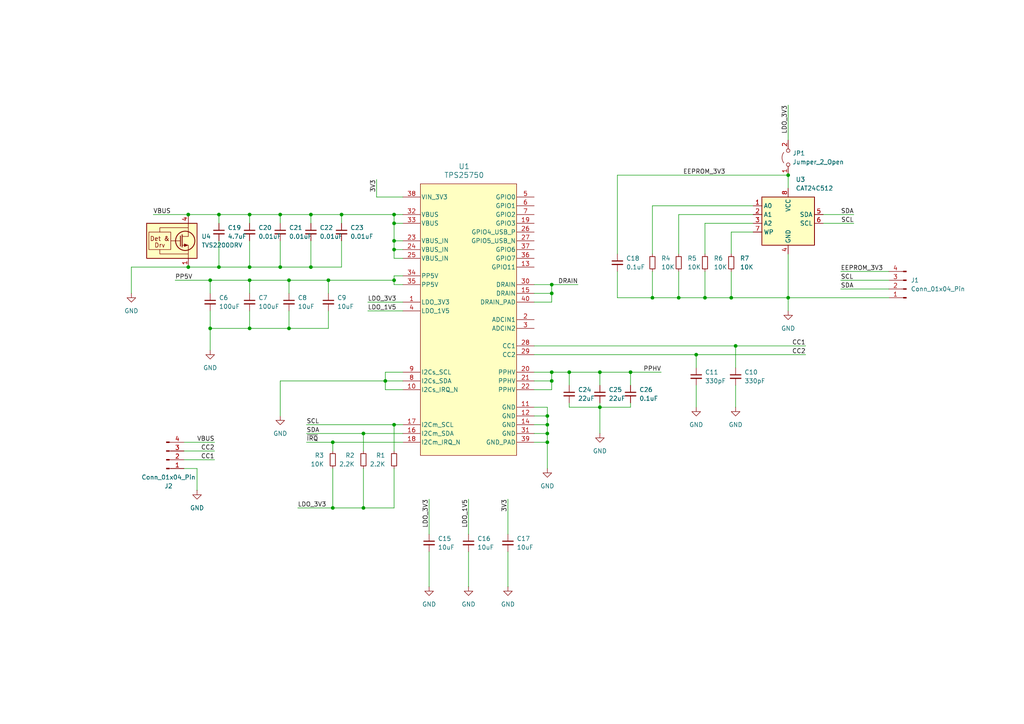
<source format=kicad_sch>
(kicad_sch (version 20240716) (generator "eeschema") (generator_version "8.99")
  (paper "A4")
  (junction (at 81.28 62.23))
  (junction (at 170.18 256.54))
  (junction (at 80.01 351.79))
  (junction (at 80.01 336.55))
  (junction (at 160.02 85.09))
  (junction (at 72.39 95.25))
  (junction (at 172.72 256.54))
  (junction (at 134.62 256.54))
  (junction (at 106.68 393.7))
  (junction (at 114.3 123.19))
  (junction (at 99.06 62.23))
  (junction (at 58.42 256.54))
  (junction (at 76.2 267.97))
  (junction (at 100.33 356.87))
  (junction (at 158.75 256.54))
  (junction (at 63.5 62.23))
  (junction (at 114.3 72.39))
  (junction (at 104.14 256.54))
  (junction (at 24.13 256.54))
  (junction (at 86.36 311.15))
  (junction (at 160.02 107.95))
  (junction (at 232.41 241.3))
  (junction (at 228.6 86.36))
  (junction (at 71.12 256.54))
  (junction (at 264.16 265.43))
  (junction (at 243.84 256.54))
  (junction (at 132.08 256.54))
  (junction (at 72.39 77.47))
  (junction (at 237.49 234.95))
  (junction (at 72.39 62.23))
  (junction (at 114.3 62.23))
  (junction (at 95.25 81.28))
  (junction (at 60.96 81.28))
  (junction (at 248.92 260.35))
  (junction (at 83.82 256.54))
  (junction (at 105.41 125.73))
  (junction (at 243.84 260.35))
  (junction (at 217.17 241.3))
  (junction (at 81.28 77.47))
  (junction (at 158.75 120.65))
  (junction (at 53.34 264.16))
  (junction (at 189.23 86.36))
  (junction (at 196.85 86.36))
  (junction (at 95.25 318.77))
  (junction (at 83.82 267.97))
  (junction (at 213.36 100.33))
  (junction (at 204.47 86.36))
  (junction (at 158.75 128.27))
  (junction (at 158.75 123.19))
  (junction (at 158.75 125.73))
  (junction (at 227.33 241.3))
  (junction (at 83.82 95.25))
  (junction (at 248.92 256.54))
  (junction (at 101.6 287.02))
  (junction (at 146.05 256.54))
  (junction (at 223.52 351.79))
  (junction (at 60.96 95.25))
  (junction (at 160.02 82.55))
  (junction (at 228.6 50.8))
  (junction (at 58.42 264.16))
  (junction (at 160.02 110.49))
  (junction (at 105.41 147.32))
  (junction (at 227.33 234.95))
  (junction (at 232.41 234.95))
  (junction (at 208.28 256.54))
  (junction (at 219.71 332.74))
  (junction (at 212.09 234.95))
  (junction (at 212.09 241.3))
  (junction (at 165.1 107.95))
  (junction (at 100.33 340.36))
  (junction (at 90.17 62.23))
  (junction (at 54.61 62.23))
  (junction (at 111.76 110.49))
  (junction (at 43.18 256.54))
  (junction (at 222.25 241.3))
  (junction (at 114.3 64.77))
  (junction (at 114.3 69.85))
  (junction (at 72.39 81.28))
  (junction (at 201.93 102.87))
  (junction (at 182.88 107.95))
  (junction (at 83.82 81.28))
  (junction (at 96.52 128.27))
  (junction (at 53.34 256.54))
  (junction (at 90.17 77.47))
  (junction (at 207.01 322.58))
  (junction (at 38.1 256.54))
  (junction (at 222.25 234.95))
  (junction (at 63.5 256.54))
  (junction (at 63.5 264.16))
  (junction (at 114.3 81.28))
  (junction (at 217.17 234.95))
  (junction (at 48.26 256.54))
  (junction (at 223.52 359.41))
  (junction (at 96.52 147.32))
  (junction (at 48.26 264.16))
  (junction (at 63.5 77.47))
  (junction (at 212.09 86.36))
  (junction (at 43.18 264.16))
  (junction (at 76.2 256.54))
  (junction (at 173.99 118.11))
  (junction (at 95.25 326.39))
  (junction (at 152.4 393.7))
  (junction (at 173.99 107.95))
  (junction (at 95.25 311.15))
  (junction (at 54.61 77.47))
  (junction (at 264.16 256.54))
  (junction (at 177.8 401.32))
  (wire (pts (xy 53.34 264.16) (xy 53.34 262.89)))
  (wire (pts (xy 83.82 302.26) (xy 102.87 302.26)))
  (wire (pts (xy 95.25 81.28) (xy 83.82 81.28)))
  (wire (pts (xy 179.07 86.36) (xy 189.23 86.36)))
  (wire (pts (xy 96.52 135.89) (xy 96.52 147.32)))
  (wire (pts (xy 228.6 86.36) (xy 257.81 86.36)))
  (wire (pts (xy 135.89 160.02) (xy 135.89 170.18)))
  (wire (pts (xy 114.3 62.23) (xy 116.84 62.23)))
  (wire (pts (xy 88.9 125.73) (xy 105.41 125.73)))
  (wire (pts (xy 91.44 346.71) (xy 91.44 350.52)))
  (wire (pts (xy 147.32 144.78) (xy 147.32 154.94)))
  (wire (pts (xy 179.07 50.8) (xy 179.07 73.66)))
  (wire (pts (xy 158.75 256.54) (xy 170.18 256.54)))
  (wire (pts (xy 60.96 90.17) (xy 60.96 95.25)))
  (wire (pts (xy 43.18 256.54) (xy 48.26 256.54)))
  (wire (pts (xy 72.39 62.23) (xy 81.28 62.23)))
  (wire (pts (xy 48.26 264.16) (xy 48.26 262.89)))
  (wire (pts (xy 152.4 374.65) (xy 152.4 393.7)))
  (wire (pts (xy 100.33 340.36) (xy 102.87 340.36)))
  (wire (pts (xy 114.3 123.19) (xy 114.3 130.81)))
  (wire (pts (xy 68.58 311.15) (xy 78.74 311.15)))
  (wire (pts (xy 72.39 62.23) (xy 72.39 64.77)))
  (wire (pts (xy 60.96 81.28) (xy 60.96 85.09)))
  (wire (pts (xy 80.01 336.55) (xy 102.87 336.55)))
  (wire (pts (xy 204.47 78.74) (xy 204.47 86.36)))
  (wire (pts (xy 76.2 267.97) (xy 76.2 306.07)))
  (wire (pts (xy 173.99 116.84) (xy 173.99 118.11)))
  (wire (pts (xy 264.16 256.54) (xy 248.92 256.54)))
  (wire (pts (xy 100.33 340.36) (xy 100.33 346.71)))
  (wire (pts (xy 24.13 256.54) (xy 38.1 256.54)))
  (wire (pts (xy 172.72 256.54) (xy 185.42 256.54)))
  (wire (pts (xy 124.46 265.43) (xy 124.46 275.59)))
  (wire (pts (xy 10.16 256.54) (xy 24.13 256.54)))
  (wire (pts (xy 106.68 401.32) (xy 110.49 401.32)))
  (wire (pts (xy 95.25 287.02) (xy 101.6 287.02)))
  (wire (pts (xy 95.25 81.28) (xy 95.25 85.09)))
  (wire (pts (xy 43.18 256.54) (xy 43.18 257.81)))
  (wire (pts (xy 158.75 120.65) (xy 158.75 123.19)))
  (wire (pts (xy 217.17 234.95) (xy 222.25 234.95)))
  (wire (pts (xy 182.88 107.95) (xy 191.77 107.95)))
  (wire (pts (xy 53.34 128.27) (xy 62.23 128.27)))
  (wire (pts (xy 71.12 260.35) (xy 71.12 256.54)))
  (wire (pts (xy 240.03 267.97) (xy 240.03 269.24)))
  (wire (pts (xy 114.3 264.16) (xy 114.3 275.59)))
  (wire (pts (xy 231.14 351.79) (xy 223.52 351.79)))
  (wire (pts (xy 88.9 128.27) (xy 96.52 128.27)))
  (wire (pts (xy 208.28 234.95) (xy 212.09 234.95)))
  (wire (pts (xy 223.52 359.41) (xy 223.52 361.95)))
  (wire (pts (xy 248.92 256.54) (xy 248.92 260.35)))
  (wire (pts (xy 72.39 336.55) (xy 72.39 337.82)))
  (wire (pts (xy 212.09 78.74) (xy 212.09 86.36)))
  (wire (pts (xy 63.5 69.85) (xy 63.5 77.47)))
  (wire (pts (xy 201.93 102.87) (xy 233.68 102.87)))
  (wire (pts (xy 158.75 123.19) (xy 158.75 125.73)))
  (wire (pts (xy 111.76 110.49) (xy 116.84 110.49)))
  (wire (pts (xy 212.09 67.31) (xy 218.44 67.31)))
  (wire (pts (xy 201.93 332.74) (xy 219.71 332.74)))
  (wire (pts (xy 146.05 256.54) (xy 146.05 264.16)))
  (wire (pts (xy 95.25 326.39) (xy 95.25 328.93)))
  (wire (pts (xy 154.94 120.65) (xy 158.75 120.65)))
  (wire (pts (xy 134.62 256.54) (xy 146.05 256.54)))
  (wire (pts (xy 232.41 241.3) (xy 232.41 240.03)))
  (wire (pts (xy 95.25 326.39) (xy 86.36 326.39)))
  (wire (pts (xy 182.88 107.95) (xy 182.88 111.76)))
  (wire (pts (xy 116.84 74.93) (xy 114.3 74.93)))
  (wire (pts (xy 264.16 265.43) (xy 264.16 267.97)))
  (wire (pts (xy 43.18 264.16) (xy 48.26 264.16)))
  (wire (pts (xy 173.99 107.95) (xy 182.88 107.95)))
  (wire (pts (xy 50.8 81.28) (xy 60.96 81.28)))
  (wire (pts (xy 86.36 311.15) (xy 95.25 311.15)))
  (wire (pts (xy 48.26 264.16) (xy 53.34 264.16)))
  (wire (pts (xy 165.1 116.84) (xy 165.1 118.11)))
  (wire (pts (xy 58.42 264.16) (xy 58.42 262.89)))
  (wire (pts (xy 71.12 270.51) (xy 71.12 267.97)))
  (wire (pts (xy 238.76 64.77) (xy 247.65 64.77)))
  (wire (pts (xy 83.82 262.89) (xy 83.82 256.54)))
  (wire (pts (xy 105.41 147.32) (xy 96.52 147.32)))
  (wire (pts (xy 93.98 367.03) (xy 102.87 367.03)))
  (wire (pts (xy 212.09 86.36) (xy 228.6 86.36)))
  (wire (pts (xy 83.82 90.17) (xy 83.82 95.25)))
  (wire (pts (xy 177.8 374.65) (xy 177.8 401.32)))
  (wire (pts (xy 81.28 62.23) (xy 90.17 62.23)))
  (wire (pts (xy 228.6 256.54) (xy 243.84 256.54)))
  (wire (pts (xy 114.3 81.28) (xy 95.25 81.28)))
  (wire (pts (xy 160.02 82.55) (xy 160.02 85.09)))
  (wire (pts (xy 196.85 86.36) (xy 204.47 86.36)))
  (wire (pts (xy 237.49 241.3) (xy 232.41 241.3)))
  (wire (pts (xy 189.23 86.36) (xy 196.85 86.36)))
  (wire (pts (xy 58.42 264.16) (xy 63.5 264.16)))
  (wire (pts (xy 60.96 95.25) (xy 72.39 95.25)))
  (wire (pts (xy 201.93 313.69) (xy 207.01 313.69)))
  (wire (pts (xy 212.09 73.66) (xy 212.09 67.31)))
  (wire (pts (xy 63.5 264.16) (xy 63.5 262.89)))
  (wire (pts (xy 173.99 118.11) (xy 165.1 118.11)))
  (wire (pts (xy 204.47 372.11) (xy 204.47 374.65)))
  (wire (pts (xy 179.07 78.74) (xy 179.07 86.36)))
  (wire (pts (xy 76.2 256.54) (xy 77.47 256.54)))
  (wire (pts (xy 223.52 359.41) (xy 231.14 359.41)))
  (wire (pts (xy 152.4 393.7) (xy 152.4 407.67)))
  (wire (pts (xy 95.25 318.77) (xy 95.25 317.5)))
  (wire (pts (xy 237.49 241.3) (xy 237.49 240.03)))
  (wire (pts (xy 173.99 118.11) (xy 173.99 125.73)))
  (wire (pts (xy 83.82 95.25) (xy 95.25 95.25)))
  (wire (pts (xy 106.68 87.63) (xy 116.84 87.63)))
  (wire (pts (xy 90.17 62.23) (xy 90.17 64.77)))
  (wire (pts (xy 222.25 241.3) (xy 227.33 241.3)))
  (wire (pts (xy 116.84 57.15) (xy 109.22 57.15)))
  (wire (pts (xy 146.05 269.24) (xy 146.05 275.59)))
  (wire (pts (xy 100.33 351.79) (xy 100.33 356.87)))
  (wire (pts (xy 219.71 325.12) (xy 219.71 326.39)))
  (wire (pts (xy 106.68 393.7) (xy 110.49 393.7)))
  (wire (pts (xy 63.5 270.51) (xy 63.5 264.16)))
  (wire (pts (xy 210.82 355.6) (xy 210.82 354.33)))
  (wire (pts (xy 201.93 290.83) (xy 208.28 290.83)))
  (wire (pts (xy 210.82 360.68) (xy 210.82 361.95)))
  (wire (pts (xy 222.25 241.3) (xy 222.25 240.03)))
  (wire (pts (xy 219.71 339.09) (xy 219.71 340.36)))
  (wire (pts (xy 196.85 73.66) (xy 196.85 62.23)))
  (wire (pts (xy 83.82 311.15) (xy 86.36 311.15)))
  (wire (pts (xy 53.34 256.54) (xy 58.42 256.54)))
  (wire (pts (xy 154.94 123.19) (xy 158.75 123.19)))
  (wire (pts (xy 201.93 322.58) (xy 207.01 322.58)))
  (wire (pts (xy 154.94 110.49) (xy 160.02 110.49)))
  (wire (pts (xy 228.6 50.8) (xy 179.07 50.8)))
  (wire (pts (xy 243.84 83.82) (xy 257.81 83.82)))
  (wire (pts (xy 104.14 256.54) (xy 104.14 259.08)))
  (wire (pts (xy 88.9 267.97) (xy 83.82 267.97)))
  (wire (pts (xy 213.36 111.76) (xy 213.36 118.11)))
  (wire (pts (xy 212.09 241.3) (xy 212.09 243.84)))
  (wire (pts (xy 134.62 256.54) (xy 134.62 275.59)))
  (wire (pts (xy 223.52 358.14) (xy 223.52 359.41)))
  (wire (pts (xy 72.39 77.47) (xy 63.5 77.47)))
  (wire (pts (xy 201.93 351.79) (xy 223.52 351.79)))
  (wire (pts (xy 165.1 107.95) (xy 165.1 111.76)))
  (wire (pts (xy 170.18 256.54) (xy 172.72 256.54)))
  (wire (pts (xy 212.09 241.3) (xy 212.09 240.03)))
  (wire (pts (xy 38.1 256.54) (xy 38.1 257.81)))
  (wire (pts (xy 160.02 110.49) (xy 160.02 113.03)))
  (wire (pts (xy 228.6 54.61) (xy 228.6 50.8)))
  (wire (pts (xy 72.39 81.28) (xy 60.96 81.28)))
  (wire (pts (xy 238.76 62.23) (xy 247.65 62.23)))
  (wire (pts (xy 228.6 30.48) (xy 228.6 40.64)))
  (wire (pts (xy 218.44 64.77) (xy 204.47 64.77)))
  (wire (pts (xy 195.58 256.54) (xy 208.28 256.54)))
  (wire (pts (xy 72.39 342.9) (xy 72.39 351.79)))
  (wire (pts (xy 58.42 256.54) (xy 58.42 257.81)))
  (wire (pts (xy 38.1 256.54) (xy 43.18 256.54)))
  (wire (pts (xy 111.76 107.95) (xy 111.76 110.49)))
  (wire (pts (xy 127 374.65) (xy 127 407.67)))
  (wire (pts (xy 158.75 256.54) (xy 158.75 264.16)))
  (wire (pts (xy 132.08 256.54) (xy 134.62 256.54)))
  (wire (pts (xy 53.34 256.54) (xy 53.34 257.81)))
  (wire (pts (xy 116.84 80.01) (xy 114.3 80.01)))
  (wire (pts (xy 63.5 62.23) (xy 72.39 62.23)))
  (wire (pts (xy 38.1 264.16) (xy 43.18 264.16)))
  (wire (pts (xy 99.06 62.23) (xy 114.3 62.23)))
  (wire (pts (xy 95.25 264.16) (xy 95.25 260.35)))
  (wire (pts (xy 173.99 107.95) (xy 173.99 111.76)))
  (wire (pts (xy 154.94 82.55) (xy 160.02 82.55)))
  (wire (pts (xy 201.93 111.76) (xy 201.93 118.11)))
  (wire (pts (xy 83.82 81.28) (xy 83.82 85.09)))
  (wire (pts (xy 160.02 82.55) (xy 167.64 82.55)))
  (wire (pts (xy 218.44 59.69) (xy 189.23 59.69)))
  (wire (pts (xy 114.3 80.01) (xy 114.3 81.28)))
  (wire (pts (xy 99.06 77.47) (xy 90.17 77.47)))
  (wire (pts (xy 180.34 265.43) (xy 180.34 275.59)))
  (wire (pts (xy 213.36 100.33) (xy 233.68 100.33)))
  (wire (pts (xy 102.87 306.07) (xy 76.2 306.07)))
  (wire (pts (xy 189.23 78.74) (xy 189.23 86.36)))
  (wire (pts (xy 38.1 264.16) (xy 38.1 262.89)))
  (wire (pts (xy 240.03 262.89) (xy 240.03 260.35)))
  (wire (pts (xy 223.52 264.16) (xy 223.52 295.91)))
  (wire (pts (xy 106.68 90.17) (xy 116.84 90.17)))
  (wire (pts (xy 54.61 77.47) (xy 38.1 77.47)))
  (wire (pts (xy 114.3 123.19) (xy 116.84 123.19)))
  (wire (pts (xy 248.92 260.35) (xy 248.92 270.51)))
  (wire (pts (xy 71.12 267.97) (xy 76.2 267.97)))
  (wire (pts (xy 81.28 62.23) (xy 81.28 64.77)))
  (wire (pts (xy 57.15 135.89) (xy 53.34 135.89)))
  (wire (pts (xy 204.47 364.49) (xy 204.47 367.03)))
  (wire (pts (xy 182.88 116.84) (xy 182.88 118.11)))
  (wire (pts (xy 114.3 74.93) (xy 114.3 72.39)))
  (wire (pts (xy 114.3 72.39) (xy 114.3 69.85)))
  (wire (pts (xy 208.28 256.54) (xy 208.28 234.95)))
  (wire (pts (xy 80.01 342.9) (xy 80.01 345.44)))
  (wire (pts (xy 81.28 69.85) (xy 81.28 77.47)))
  (wire (pts (xy 105.41 125.73) (xy 116.84 125.73)))
  (wire (pts (xy 217.17 241.3) (xy 222.25 241.3)))
  (wire (pts (xy 100.33 356.87) (xy 91.44 356.87)))
  (wire (pts (xy 90.17 69.85) (xy 90.17 77.47)))
  (wire (pts (xy 95.25 95.25) (xy 95.25 90.17)))
  (wire (pts (xy 44.45 62.23) (xy 54.61 62.23)))
  (wire (pts (xy 81.28 77.47) (xy 72.39 77.47)))
  (wire (pts (xy 158.75 125.73) (xy 154.94 125.73)))
  (wire (pts (xy 227.33 234.95) (xy 232.41 234.95)))
  (wire (pts (xy 63.5 256.54) (xy 71.12 256.54)))
  (wire (pts (xy 72.39 90.17) (xy 72.39 95.25)))
  (wire (pts (xy 83.82 256.54) (xy 104.14 256.54)))
  (wire (pts (xy 95.25 311.15) (xy 95.25 312.42)))
  (wire (pts (xy 48.26 256.54) (xy 48.26 257.81)))
  (wire (pts (xy 119.38 256.54) (xy 132.08 256.54)))
  (wire (pts (xy 111.76 110.49) (xy 81.28 110.49)))
  (wire (pts (xy 204.47 86.36) (xy 212.09 86.36)))
  (wire (pts (xy 95.25 325.12) (xy 95.25 326.39)))
  (wire (pts (xy 196.85 78.74) (xy 196.85 86.36)))
  (wire (pts (xy 114.3 72.39) (xy 116.84 72.39)))
  (wire (pts (xy 154.94 118.11) (xy 158.75 118.11)))
  (wire (pts (xy 154.94 128.27) (xy 158.75 128.27)))
  (wire (pts (xy 109.22 57.15) (xy 109.22 52.07)))
  (wire (pts (xy 132.08 256.54) (xy 132.08 260.35)))
  (wire (pts (xy 114.3 69.85) (xy 114.3 64.77)))
  (wire (pts (xy 243.84 81.28) (xy 257.81 81.28)))
  (wire (pts (xy 154.94 107.95) (xy 160.02 107.95)))
  (wire (pts (xy 72.39 336.55) (xy 80.01 336.55)))
  (wire (pts (xy 172.72 256.54) (xy 172.72 260.35)))
  (wire (pts (xy 219.71 332.74) (xy 219.71 334.01)))
  (wire (pts (xy 189.23 59.69) (xy 189.23 73.66)))
  (wire (pts (xy 76.2 262.89) (xy 76.2 256.54)))
  (wire (pts (xy 207.01 322.58) (xy 207.01 325.12)))
  (wire (pts (xy 160.02 87.63) (xy 154.94 87.63)))
  (wire (pts (xy 210.82 354.33) (xy 201.93 354.33)))
  (wire (pts (xy 102.87 318.77) (xy 95.25 318.77)))
  (wire (pts (xy 91.44 340.36) (xy 100.33 340.36)))
  (wire (pts (xy 95.25 311.15) (xy 102.87 311.15)))
  (wire (pts (xy 170.18 256.54) (xy 170.18 275.59)))
  (wire (pts (xy 111.76 110.49) (xy 111.76 113.03)))
  (wire (pts (xy 54.61 62.23) (xy 63.5 62.23)))
  (wire (pts (xy 228.6 86.36) (xy 228.6 73.66)))
  (wire (pts (xy 154.94 102.87) (xy 201.93 102.87)))
  (wire (pts (xy 80.01 350.52) (xy 80.01 351.79)))
  (wire (pts (xy 213.36 100.33) (xy 213.36 106.68)))
  (wire (pts (xy 124.46 144.78) (xy 124.46 154.94)))
  (wire (pts (xy 115.57 393.7) (xy 152.4 393.7)))
  (wire (pts (xy 160.02 107.95) (xy 165.1 107.95)))
  (wire (pts (xy 208.28 256.54) (xy 218.44 256.54)))
  (wire (pts (xy 88.9 270.51) (xy 88.9 267.97)))
  (wire (pts (xy 207.01 313.69) (xy 207.01 316.23)))
  (wire (pts (xy 228.6 86.36) (xy 228.6 90.17)))
  (wire (pts (xy 104.14 256.54) (xy 109.22 256.54)))
  (wire (pts (xy 57.15 135.89) (xy 57.15 142.24)))
  (wire (pts (xy 139.7 374.65) (xy 139.7 407.67)))
  (wire (pts (xy 72.39 351.79) (xy 80.01 351.79)))
  (wire (pts (xy 95.25 260.35) (xy 71.12 260.35)))
  (wire (pts (xy 212.09 241.3) (xy 217.17 241.3)))
  (wire (pts (xy 58.42 256.54) (xy 63.5 256.54)))
  (wire (pts (xy 114.3 82.55) (xy 116.84 82.55)))
  (wire (pts (xy 90.17 393.7) (xy 106.68 393.7)))
  (wire (pts (xy 115.57 401.32) (xy 177.8 401.32)))
  (wire (pts (xy 222.25 234.95) (xy 227.33 234.95)))
  (wire (pts (xy 248.92 306.07) (xy 201.93 306.07)))
  (wire (pts (xy 264.16 257.81) (xy 264.16 256.54)))
  (wire (pts (xy 160.02 85.09) (xy 160.02 87.63)))
  (wire (pts (xy 105.41 135.89) (xy 105.41 147.32)))
  (wire (pts (xy 212.09 234.95) (xy 217.17 234.95)))
  (wire (pts (xy 217.17 241.3) (xy 217.17 240.03)))
  (wire (pts (xy 48.26 256.54) (xy 53.34 256.54)))
  (wire (pts (xy 80.01 337.82) (xy 80.01 336.55)))
  (wire (pts (xy 72.39 69.85) (xy 72.39 77.47)))
  (wire (pts (xy 243.84 256.54) (xy 243.84 260.35)))
  (wire (pts (xy 106.68 393.7) (xy 106.68 401.32)))
  (wire (pts (xy 101.6 287.02) (xy 101.6 289.56)))
  (wire (pts (xy 114.3 81.28) (xy 114.3 82.55)))
  (wire (pts (xy 86.36 311.15) (xy 86.36 316.23)))
  (wire (pts (xy 114.3 147.32) (xy 105.41 147.32)))
  (wire (pts (xy 96.52 128.27) (xy 116.84 128.27)))
  (wire (pts (xy 124.46 160.02) (xy 124.46 170.18)))
  (wire (pts (xy 88.9 123.19) (xy 114.3 123.19)))
  (wire (pts (xy 114.3 64.77) (xy 116.84 64.77)))
  (wire (pts (xy 204.47 64.77) (xy 204.47 73.66)))
  (wire (pts (xy 43.18 264.16) (xy 43.18 262.89)))
  (wire (pts (xy 99.06 69.85) (xy 99.06 77.47)))
  (wire (pts (xy 223.52 351.79) (xy 223.52 353.06)))
  (wire (pts (xy 207.01 322.58) (xy 207.01 321.31)))
  (wire (pts (xy 24.13 257.81) (xy 24.13 256.54)))
  (wire (pts (xy 196.85 62.23) (xy 218.44 62.23)))
  (wire (pts (xy 231.14 353.06) (xy 231.14 351.79)))
  (wire (pts (xy 96.52 147.32) (xy 86.36 147.32)))
  (wire (pts (xy 91.44 356.87) (xy 91.44 355.6)))
  (wire (pts (xy 177.8 401.32) (xy 177.8 407.67)))
  (wire (pts (xy 156.21 256.54) (xy 158.75 256.54)))
  (wire (pts (xy 53.34 133.35) (xy 62.23 133.35)))
  (wire (pts (xy 227.33 241.3) (xy 232.41 241.3)))
  (wire (pts (xy 201.93 102.87) (xy 201.93 106.68)))
  (wire (pts (xy 147.32 160.02) (xy 147.32 170.18)))
  (wire (pts (xy 158.75 125.73) (xy 158.75 128.27)))
  (wire (pts (xy 243.84 275.59) (xy 243.84 300.99)))
  (wire (pts (xy 95.25 318.77) (xy 95.25 320.04)))
  (wire (pts (xy 80.01 351.79) (xy 80.01 354.33)))
  (wire (pts (xy 111.76 113.03) (xy 116.84 113.03)))
  (wire (pts (xy 63.5 77.47) (xy 54.61 77.47)))
  (wire (pts (xy 63.5 62.23) (xy 63.5 64.77)))
  (wire (pts (xy 83.82 81.28) (xy 72.39 81.28)))
  (wire (pts (xy 158.75 128.27) (xy 158.75 135.89)))
  (wire (pts (xy 53.34 264.16) (xy 58.42 264.16)))
  (wire (pts (xy 114.3 135.89) (xy 114.3 147.32)))
  (wire (pts (xy 154.94 100.33) (xy 213.36 100.33)))
  (wire (pts (xy 165.1 374.65) (xy 165.1 407.67)))
  (wire (pts (xy 135.89 144.78) (xy 135.89 154.94)))
  (wire (pts (xy 90.17 77.47) (xy 81.28 77.47)))
  (wire (pts (xy 231.14 359.41) (xy 231.14 358.14)))
  (wire (pts (xy 83.82 267.97) (xy 83.82 302.26)))
  (wire (pts (xy 95.25 269.24) (xy 95.25 287.02)))
  (wire (pts (xy 81.28 110.49) (xy 81.28 120.65)))
  (wire (pts (xy 158.75 269.24) (xy 158.75 275.59)))
  (wire (pts (xy 248.92 275.59) (xy 248.92 306.07)))
  (wire (pts (xy 190.5 264.16) (xy 190.5 275.59)))
  (wire (pts (xy 158.75 118.11) (xy 158.75 120.65)))
  (wire (pts (xy 90.17 62.23) (xy 99.06 62.23)))
  (wire (pts (xy 237.49 234.95) (xy 232.41 234.95)))
  (wire (pts (xy 71.12 256.54) (xy 76.2 256.54)))
  (wire (pts (xy 72.39 95.25) (xy 83.82 95.25)))
  (wire (pts (xy 223.52 295.91) (xy 201.93 295.91)))
  (wire (pts (xy 24.13 262.89) (xy 24.13 265.43)))
  (wire (pts (xy 63.5 256.54) (xy 63.5 257.81)))
  (wire (pts (xy 114.3 64.77) (xy 114.3 62.23)))
  (wire (pts (xy 53.34 130.81) (xy 62.23 130.81)))
  (wire (pts (xy 38.1 77.47) (xy 38.1 85.09)))
  (wire (pts (xy 237.49 234.95) (xy 246.38 234.95)))
  (wire (pts (xy 116.84 107.95) (xy 111.76 107.95)))
  (wire (pts (xy 201.93 364.49) (xy 204.47 364.49)))
  (wire (pts (xy 243.84 78.74) (xy 257.81 78.74)))
  (wire (pts (xy 243.84 260.35) (xy 243.84 270.51)))
  (wire (pts (xy 96.52 128.27) (xy 96.52 130.81)))
  (wire (pts (xy 208.28 290.83) (xy 208.28 256.54)))
  (wire (pts (xy 160.02 107.95) (xy 160.02 110.49)))
  (wire (pts (xy 227.33 241.3) (xy 227.33 240.03)))
  (wire (pts (xy 165.1 107.95) (xy 173.99 107.95)))
  (wire (pts (xy 146.05 256.54) (xy 148.59 256.54)))
  (wire (pts (xy 160.02 113.03) (xy 154.94 113.03)))
  (wire (pts (xy 86.36 326.39) (xy 86.36 321.31)))
  (wire (pts (xy 240.03 260.35) (xy 243.84 260.35)))
  (wire (pts (xy 86.36 367.03) (xy 88.9 367.03)))
  (wire (pts (xy 182.88 118.11) (xy 173.99 118.11)))
  (wire (pts (xy 114.3 69.85) (xy 116.84 69.85)))
  (wire (pts (xy 72.39 81.28) (xy 72.39 85.09)))
  (wire (pts (xy 91.44 340.36) (xy 91.44 341.63)))
  (wire (pts (xy 60.96 95.25) (xy 60.96 101.6)))
  (wire (pts (xy 219.71 332.74) (xy 219.71 331.47)))
  (wire (pts (xy 243.84 300.99) (xy 201.93 300.99)))
  (wire (pts (xy 102.87 287.02) (xy 101.6 287.02)))
  (wire (pts (xy 105.41 125.73) (xy 105.41 130.81)))
  (wire (pts (xy 154.94 85.09) (xy 160.02 85.09)))
  (wire (pts (xy 99.06 62.23) (xy 99.06 64.77)))
  (wire (pts (xy 83.82 256.54) (xy 82.55 256.54)))
  (label "LDO_3V3" (at 106.68 87.63 0))
  (label "LDO_3V3" (at 124.46 144.78 270))
  (label "SCL" (at 88.9 123.19 0))
  (label "EEPROM_3V3" (at 198.12 50.8 0))
  (label "VBUS" (at 62.23 128.27 180))
  (label "VDDA" (at 97.79 311.15 0))
  (label "CHRG_OK" (at 152.4 407.67 90))
  (label "ACP" (at 97.79 306.07 0))
  (label "CC2" (at 233.68 102.87 180))
  (label "SRN" (at 207.01 306.07 180))
  (label "LDO_3V3" (at 86.36 147.32 0))
  (label "VBUS" (at 44.45 62.23 0))
  (label "EN_OTG" (at 165.1 407.67 90))
  (label "3V3" (at 147.32 144.78 270))
  (label "SCL" (at 247.65 64.77 180))
  (label "DRAIN" (at 167.64 82.55 180))
  (label "LDO_3V3" (at 228.6 30.48 270))
  (label "CMPOUT" (at 177.8 407.67 90))
  (label "SRP" (at 207.01 300.99 180))
  (label "REGN" (at 68.58 311.15 0))
  (label "SCL" (at 243.84 81.28 0))
  (label "CC1" (at 233.68 100.33 180))
  (label "VSYS" (at 246.38 234.95 180))
  (label "PPHV" (at 191.77 107.95 180))
  (label "SDA" (at 127 407.67 90))
  (label "REGN" (at 207.01 313.69 180))
  (label "SDA" (at 247.65 62.23 180))
  (label "SCL" (at 139.7 407.67 90))
  (label "ACN" (at 97.79 302.26 0))
  (label "CC2" (at 62.23 130.81 180))
  (label "LDO_1V5" (at 135.89 144.78 270))
  (label "3V3" (at 109.22 52.07 270))
  (label "~{IRQ}" (at 88.9 128.27 0))
  (label "LDO_3V3" (at 90.17 393.7 0))
  (label "SDA" (at 88.9 125.73 0))
  (label "CC1" (at 62.23 133.35 180))
  (label "LDO_1V5" (at 106.68 90.17 0))
  (label "PP5V" (at 50.8 81.28 0))
  (label "EEPROM_3V3" (at 243.84 78.74 0))
  (label "SDA" (at 243.84 83.82 0))
  (label "VBUS" (at 10.16 256.54 0))
  (symbol (lib_id "Connector:TestPoint") (at 264.16 265.43 270) (unit 1)
    (property "Reference" "TP3" (at 269.24 264.1599 90) (effects (justify right)))
    (property "Value" "TestPoint" (at 269.24 266.6999 90) (effects (justify right)))
    (property "Footprint" "TestPoint:TestPoint_Pad_3.0x3.0mm" (effects (hide yes)))
    (property "Description" "test point" (effects (hide yes)))
  )
  (symbol (lib_id "Device:C_Small") (at 240.03 265.43 180) (unit 1)
    (property "Reference" "C29" (at 232.918 264.414 0) (effects (justify right)))
    (property "Value" "10uF" (at 232.918 266.954 0) (effects (justify right)))
    (property "Footprint" "Capacitor_SMD:C_0603_1608Metric" (effects (hide yes)))
    (property "Description" "Unpolarized capacitor, small symbol" (effects (hide yes)))
  )
  (symbol (lib_id "Device:C_Small") (at 104.14 261.62 0) (unit 1)
    (property "Reference" "C40" (at 106.68 260.3562 0) (effects (justify left)))
    (property "Value" "10nF" (at 106.68 262.8962 0) (effects (justify left)))
    (property "Footprint" "Capacitor_SMD:C_0402_1005Metric" (effects (hide yes)))
    (property "Description" "Unpolarized capacitor, small symbol" (effects (hide yes)))
  )
  (symbol (lib_id "power:GND") (at 173.99 125.73 0) (unit 1)
    (property "Reference" "#PWR05" (effects (hide yes)))
    (property "Value" "GND" (at 173.99 130.81 0))
    (property "Description" "Power symbol creates a global label with name \"GND\" , ground" (effects (hide yes)))
  )
  (symbol (lib_id "Device:C_Small") (at 100.33 349.25 0) (unit 1)
    (property "Reference" "C33" (at 102.87 347.9862 0) (effects (justify left)))
    (property "Value" "15pF" (at 102.87 350.5262 0) (effects (justify left)))
    (property "Footprint" "Capacitor_SMD:C_0402_1005Metric" (effects (hide yes)))
    (property "Description" "Unpolarized capacitor, small symbol" (effects (hide yes)))
  )
  (symbol (lib_id "Device:R_Small") (at 196.85 76.2 0) (unit 1)
    (property "Reference" "R5" (at 199.39 74.9299 0) (effects (justify left)))
    (property "Value" "10K" (at 199.39 77.4699 0) (effects (justify left)))
    (property "Footprint" "Resistor_SMD:R_0402_1005Metric" (effects (hide yes)))
    (property "Description" "Resistor, small symbol" (effects (hide yes)))
  )
  (symbol (lib_id "Device:R_Small") (at 91.44 344.17 0) (unit 1)
    (property "Reference" "R15" (at 93.98 342.8999 0) (effects (justify left)))
    (property "Value" "10K" (at 93.98 345.4399 0) (effects (justify left)))
    (property "Footprint" "Resistor_SMD:R_0402_1005Metric" (effects (hide yes)))
    (property "Description" "Resistor, small symbol" (effects (hide yes)))
  )
  (symbol (lib_id "power:GND") (at 24.13 270.51 0) (unit 1)
    (property "Reference" "#PWR032" (effects (hide yes)))
    (property "Value" "GND" (at 24.13 275.59 0))
    (property "Description" "Power symbol creates a global label with name \"GND\" , ground" (effects (hide yes)))
  )
  (symbol (lib_id "Device:C_Small") (at 246.38 260.35 270) (unit 1)
    (property "Reference" "C28" (at 252.984 259.08 90))
    (property "Value" "0.1uF" (at 252.984 261.62 90))
    (property "Footprint" "Capacitor_SMD:C_0603_1608Metric" (effects (hide yes)))
    (property "Description" "Unpolarized capacitor, small symbol" (effects (hide yes)))
  )
  (symbol (lib_id "power:GND") (at 219.71 340.36 0) (unit 1)
    (property "Reference" "#PWR016" (effects (hide yes)))
    (property "Value" "GND" (at 219.71 345.44 0))
    (property "Description" "Power symbol creates a global label with name \"GND\" , ground" (effects (hide yes)))
  )
  (symbol (lib_id "Device:C_Small") (at 38.1 260.35 0) (unit 1)
    (property "Reference" "C47" (at 35.306 266.446 0) (effects (justify left)))
    (property "Value" "10uF" (at 35.306 268.986 0) (effects (justify left)))
    (property "Footprint" "Capacitor_SMD:C_0805_2012Metric" (effects (hide yes)))
    (property "Description" "Unpolarized capacitor, small symbol" (effects (hide yes)))
  )
  (symbol (lib_id "Device:R_Small") (at 95.25 314.96 0) (unit 1)
    (property "Reference" "R18" (at 97.79 313.6899 0) (effects (justify left)))
    (property "Value" "100K" (at 97.79 316.2299 0) (effects (justify left)))
    (property "Footprint" "Resistor_SMD:R_0402_1005Metric" (effects (hide yes)))
    (property "Description" "Resistor, small symbol" (effects (hide yes)))
  )
  (symbol (lib_id "Device:C_Small") (at 222.25 237.49 0) (unit 1)
    (property "Reference" "C13" (at 219.71 243.078 0) (effects (justify left)))
    (property "Value" "10uF" (at 219.71 245.618 0) (effects (justify left)))
    (property "Footprint" "Capacitor_SMD:C_0805_2012Metric" (effects (hide yes)))
    (property "Description" "Unpolarized capacitor, small symbol" (effects (hide yes)))
  )
  (symbol (lib_id "Connector:Conn_01x04_Pin") (at 262.89 83.82 180) (unit 1)
    (property "Reference" "J1" (at 264.16 81.2799 0) (effects (justify right)))
    (property "Value" "Conn_01x04_Pin" (at 264.16 83.8199 0) (effects (justify right)))
    (property "Footprint" "Xbox-Charge:PROG" (effects (hide yes)))
    (property "Description" "Generic connector, single row, 01x04, script generated" (effects (hide yes)))
  )
  (symbol (lib_id "Device:R_Small") (at 91.44 367.03 90) (unit 1)
    (property "Reference" "R17" (at 91.44 361.95 90))
    (property "Value" "50R" (at 91.44 364.49 90))
    (property "Description" "Resistor, small symbol" (effects (hide yes)))
  )
  (symbol (lib_id "Device:C_Small") (at 72.39 340.36 0) (unit 1)
    (property "Reference" "C34" (at 64.77 339.09 0) (effects (justify left)))
    (property "Value" "33pF" (at 64.77 341.63 0) (effects (justify left)))
    (property "Footprint" "Capacitor_SMD:C_0402_1005Metric" (effects (hide yes)))
    (property "Description" "Unpolarized capacitor, small symbol" (effects (hide yes)))
  )
  (symbol (lib_id "Device:C_Small") (at 48.26 260.35 0) (unit 1)
    (property "Reference" "C43" (at 46.228 266.446 0) (effects (justify left)))
    (property "Value" "10uF" (at 46.228 268.986 0) (effects (justify left)))
    (property "Footprint" "Capacitor_SMD:C_0805_2012Metric" (effects (hide yes)))
    (property "Description" "Unpolarized capacitor, small symbol" (effects (hide yes)))
  )
  (symbol (lib_id "Device:C_Small") (at 60.96 87.63 0) (unit 1)
    (property "Reference" "C6" (at 63.5 86.3662 0) (effects (justify left)))
    (property "Value" "100uF" (at 63.5 88.9062 0) (effects (justify left)))
    (property "Footprint" "Capacitor_SMD:C_1210_3225Metric" (effects (hide yes)))
    (property "Description" "Unpolarized capacitor, small symbol" (effects (hide yes)))
  )
  (symbol (lib_id "Device:C_Small") (at 212.09 237.49 0) (unit 1)
    (property "Reference" "C14" (at 203.2 236.22 0) (effects (justify left)))
    (property "Value" "10uF" (at 203.2 238.76 0) (effects (justify left)))
    (property "Footprint" "Capacitor_SMD:C_0805_2012Metric" (effects (hide yes)))
    (property "Description" "Unpolarized capacitor, small symbol" (effects (hide yes)))
  )
  (symbol (lib_id "power:GND") (at 104.14 264.16 0) (unit 1)
    (property "Reference" "#PWR028" (effects (hide yes)))
    (property "Value" "GND" (at 104.14 269.24 0))
    (property "Description" "Power symbol creates a global label with name \"GND\" , ground" (effects (hide yes)))
  )
  (symbol (lib_id "Device:R_Small") (at 81.28 311.15 90) (unit 1)
    (property "Reference" "R20" (at 77.724 313.69 90))
    (property "Value" "10R" (at 77.724 316.23 90))
    (property "Footprint" "Resistor_SMD:R_0402_1005Metric" (effects (hide yes)))
    (property "Description" "Resistor, small symbol" (effects (hide yes)))
  )
  (symbol (lib_id "Power_Protection:TVS2200DRV") (at 54.61 69.85 0) (unit 1)
    (property "Reference" "U4" (at 58.42 68.5799 0) (effects (justify left)))
    (property "Value" "TVS2200DRV" (at 58.42 71.1199 0) (effects (justify left)))
    (property "Footprint" "Package_SON:WSON-6-1EP_2x2mm_P0.65mm_EP1x1.6mm" (effects (hide yes)))
    (property "Datasheet" "http://www.ti.com/lit/ds/symlink/tvs2200.pdf" (effects (hide yes)))
    (property "Description" "Flat-Clamp Surge Protection Device. 22Vrwm, WSON-6" (effects (hide yes)))
  )
  (symbol (lib_id "Device:R_Small") (at 248.92 273.05 0) (unit 1)
    (property "Reference" "R12" (at 251.46 276.86 0) (effects (justify left)))
    (property "Value" "10R" (at 251.46 279.4 0) (effects (justify left)))
    (property "Footprint" "Resistor_SMD:R_0603_1608Metric" (effects (hide yes)))
    (property "Description" "Resistor, small symbol" (effects (hide yes)))
  )
  (symbol (lib_id "Device:C_Small") (at 24.13 267.97 0) (unit 1)
    (property "Reference" "C41" (at 26.67 266.7062 0) (effects (justify left)))
    (property "Value" "1uF" (at 26.67 269.2462 0) (effects (justify left)))
    (property "Description" "Unpolarized capacitor, small symbol" (effects (hide yes)))
  )
  (symbol (lib_id "power:GND") (at 158.75 135.89 0) (unit 1)
    (property "Reference" "#PWR02" (effects (hide yes)))
    (property "Value" "GND" (at 158.75 140.97 0))
    (property "Description" "Power symbol creates a global label with name \"GND\" , ground" (effects (hide yes)))
  )
  (symbol (lib_id "power:GND") (at 223.52 361.95 0) (unit 1)
    (property "Reference" "#PWR021" (effects (hide yes)))
    (property "Value" "GND" (at 223.52 367.03 0))
    (property "Description" "Power symbol creates a global label with name \"GND\" , ground" (effects (hide yes)))
  )
  (symbol (lib_id "Device:C_Small") (at 173.99 114.3 0) (unit 1)
    (property "Reference" "C25" (at 176.53 113.0362 0) (effects (justify left)))
    (property "Value" "22uF" (at 176.53 115.5762 0) (effects (justify left)))
    (property "Footprint" "Capacitor_SMD:C_0805_2012Metric" (effects (hide yes)))
    (property "Description" "Unpolarized capacitor, small symbol" (effects (hide yes)))
  )
  (symbol (lib_id "Jumper:Jumper_2_Open") (at 228.6 45.72 90) (unit 1)
    (property "Reference" "JP1" (at 229.87 44.4499 90) (effects (justify right)))
    (property "Value" "Jumper_2_Open" (at 229.87 46.9899 90) (effects (justify right)))
    (property "Footprint" "Jumper:SolderJumper-2_P1.3mm_Open_RoundedPad1.0x1.5mm" (effects (hide yes)))
    (property "Description" "Jumper, 2-pole, open" (effects (hide yes)))
  )
  (symbol (lib_id "power:GND") (at 201.93 118.11 0) (unit 1)
    (property "Reference" "#PWR08" (effects (hide yes)))
    (property "Value" "GND" (at 201.93 123.19 0))
    (property "Description" "Power symbol creates a global label with name \"GND\" , ground" (effects (hide yes)))
  )
  (symbol (lib_id "Device:R_Small") (at 219.71 336.55 0) (unit 1)
    (property "Reference" "R9" (at 222.25 335.2799 0) (effects (justify left)))
    (property "Value" "100K" (at 222.25 337.8199 0) (effects (justify left)))
    (property "Footprint" "Resistor_SMD:R_0402_1005Metric" (effects (hide yes)))
    (property "Description" "Resistor, small symbol" (effects (hide yes)))
  )
  (symbol (lib_id "Device:C_Small") (at 99.06 67.31 0) (unit 1)
    (property "Reference" "C23" (at 101.6 66.0462 0) (effects (justify left)))
    (property "Value" "0.01uF" (at 101.6 68.5862 0) (effects (justify left)))
    (property "Footprint" "Capacitor_SMD:C_0402_1005Metric" (effects (hide yes)))
    (property "Description" "Unpolarized capacitor, small symbol" (effects (hide yes)))
  )
  (symbol (lib_id "power:GND") (at 60.96 101.6 0) (unit 1)
    (property "Reference" "#PWR03" (effects (hide yes)))
    (property "Value" "GND" (at 60.96 106.68 0))
    (property "Description" "Power symbol creates a global label with name \"GND\" , ground" (effects (hide yes)))
  )
  (symbol (lib_id "power:GND") (at 71.12 275.59 0) (unit 1)
    (property "Reference" "#PWR030" (effects (hide yes)))
    (property "Value" "GND" (at 71.12 280.67 0))
    (property "Description" "Power symbol creates a global label with name \"GND\" , ground" (effects (hide yes)))
  )
  (symbol (lib_id "TPS25750D:PTPS25750DRJKT") (at 116.84 57.15 0) (unit 1)
    (property "Reference" "U1" (at 134.62 48.26 0) (effects (font (size 1.524 1.524))))
    (property "Value" "TPS25750" (at 134.62 50.8 0) (effects (font (size 1.524 1.524))))
    (property "Footprint" "Xbox-Charge:TPS25750D" (effects (hide yes)))
    (property "Datasheet" "PTPS25750DRJKT" (effects (hide yes)))
  )
  (symbol (lib_id "Device:C_Small") (at 71.12 273.05 0) (unit 1)
    (property "Reference" "C37" (at 73.66 271.7862 0) (effects (justify left)))
    (property "Value" "33nF" (at 73.66 274.3262 0) (effects (justify left)))
    (property "Footprint" "Capacitor_SMD:C_0603_1608Metric" (effects (hide yes)))
    (property "Description" "Unpolarized capacitor, small symbol" (effects (hide yes)))
  )
  (symbol (lib_id "Device:R_Small") (at 243.84 273.05 0) (unit 1)
    (property "Reference" "R11" (at 239.014 277.114 0) (effects (justify left)))
    (property "Value" "10R" (at 239.014 279.654 0) (effects (justify left)))
    (property "Footprint" "Resistor_SMD:R_0603_1608Metric" (effects (hide yes)))
    (property "Description" "Resistor, small symbol" (effects (hide yes)))
  )
  (symbol (lib_id "power:GND") (at 57.15 142.24 0) (unit 1)
    (property "Reference" "#PWR04" (effects (hide yes)))
    (property "Value" "GND" (at 57.15 147.32 0))
    (property "Description" "Power symbol creates a global label with name \"GND\" , ground" (effects (hide yes)))
  )
  (symbol (lib_id "Device:Battery_Cell") (at 264.16 262.89 0) (unit 1)
    (property "Reference" "BT1" (at 267.97 259.7784 0) (effects (justify left)))
    (property "Value" "Battery_Cell" (at 267.97 262.3184 0) (effects (justify left)))
    (property "Description" "Single-cell battery" (effects (hide yes)))
  )
  (symbol (lib_id "Device:C_Small") (at 135.89 157.48 0) (unit 1)
    (property "Reference" "C16" (at 138.43 156.2162 0) (effects (justify left)))
    (property "Value" "10uF" (at 138.43 158.7562 0) (effects (justify left)))
    (property "Footprint" "Capacitor_SMD:C_0402_1005Metric" (effects (hide yes)))
    (property "Description" "Unpolarized capacitor, small symbol" (effects (hide yes)))
  )
  (symbol (lib_id "Device:C_Small") (at 223.52 355.6 0) (unit 1)
    (property "Reference" "C31" (at 216.662 355.092 0) (effects (justify left)))
    (property "Value" "100pF" (at 216.662 357.632 0) (effects (justify left)))
    (property "Footprint" "Capacitor_SMD:C_0603_1608Metric" (effects (hide yes)))
    (property "Description" "Unpolarized capacitor, small symbol" (effects (hide yes)))
  )
  (symbol (lib_id "power:GND") (at 204.47 374.65 0) (unit 1)
    (property "Reference" "#PWR023" (effects (hide yes)))
    (property "Value" "GND" (at 204.47 379.73 0))
    (property "Description" "Power symbol creates a global label with name \"GND\" , ground" (effects (hide yes)))
  )
  (symbol (lib_id "power:VDDA") (at 219.71 325.12 0) (unit 1)
    (property "Reference" "#PWR017" (effects (hide yes)))
    (property "Value" "VDDA" (at 219.71 320.04 0))
    (property "Description" "Power symbol creates a global label with name \"VDDA\"" (effects (hide yes)))
  )
  (symbol (lib_id "power:GND") (at 213.36 118.11 0) (unit 1)
    (property "Reference" "#PWR07" (effects (hide yes)))
    (property "Value" "GND" (at 213.36 123.19 0))
    (property "Description" "Power symbol creates a global label with name \"GND\" , ground" (effects (hide yes)))
  )
  (symbol (lib_id "Device:R_Small") (at 76.2 265.43 0) (unit 1)
    (property "Reference" "R23" (at 69.342 263.906 0) (effects (justify left)))
    (property "Value" "4.99R" (at 69.342 266.446 0) (effects (justify left)))
    (property "Footprint" "Resistor_SMD:R_0603_1608Metric" (effects (hide yes)))
    (property "Description" "Resistor, small symbol" (effects (hide yes)))
  )
  (symbol (lib_id "power:GND") (at 210.82 361.95 0) (unit 1)
    (property "Reference" "#PWR022" (effects (hide yes)))
    (property "Value" "GND" (at 210.82 367.03 0))
    (property "Description" "Power symbol creates a global label with name \"GND\" , ground" (effects (hide yes)))
  )
  (symbol (lib_id "Device:R_Small") (at 24.13 260.35 0) (unit 1)
    (property "Reference" "R25" (at 26.67 259.0799 0) (effects (justify left)))
    (property "Value" "2.2R" (at 26.67 261.6199 0) (effects (justify left)))
    (property "Description" "Resistor, small symbol" (effects (hide yes)))
  )
  (symbol (lib_id "power:GND") (at 147.32 170.18 0) (unit 1)
    (property "Reference" "#PWR09" (effects (hide yes)))
    (property "Value" "GND" (at 147.32 175.26 0))
    (property "Description" "Power symbol creates a global label with name \"GND\" , ground" (effects (hide yes)))
  )
  (symbol (lib_id "Device:R_Small") (at 246.38 256.54 90) (unit 1)
    (property "Reference" "R10" (at 246.38 251.46 90))
    (property "Value" "10m" (at 246.38 254 90))
    (property "Footprint" "Resistor_SMD:R_1206_3216Metric" (effects (hide yes)))
    (property "Description" "Resistor, small symbol" (effects (hide yes)))
  )
  (symbol (lib_id "Device:R_Small") (at 113.03 393.7 90) (unit 1)
    (property "Reference" "R28" (at 113.03 388.62 90))
    (property "Value" "10K" (at 113.03 391.16 90))
    (property "Footprint" "Resistor_SMD:R_0402_1005Metric" (effects (hide yes)))
    (property "Description" "Resistor, small symbol" (effects (hide yes)))
  )
  (symbol (lib_id "Device:C_Small") (at 227.33 237.49 0) (unit 1)
    (property "Reference" "C12" (at 225.298 243.078 0) (effects (justify left)))
    (property "Value" "10uF" (at 225.298 245.618 0) (effects (justify left)))
    (property "Footprint" "Capacitor_SMD:C_0805_2012Metric" (effects (hide yes)))
    (property "Description" "Unpolarized capacitor, small symbol" (effects (hide yes)))
  )
  (symbol (lib_id "power:GND") (at 240.03 269.24 0) (unit 1)
    (property "Reference" "#PWR020" (effects (hide yes)))
    (property "Value" "GND" (at 240.03 274.32 0))
    (property "Description" "Power symbol creates a global label with name \"GND\" , ground" (effects (hide yes)))
  )
  (symbol (lib_id "Transistor_FET:CSD25402Q3A") (at 223.52 259.08 270) (mirror x) (unit 1)
    (property "Reference" "Q5" (at 223.52 250.19 90))
    (property "Value" "CSD25402Q3A" (at 223.52 252.73 90))
    (property "Footprint" "Package_SON:VSON-8_3.3x3.3mm_P0.65mm_NexFET" (effects (hide yes)))
    (property "Datasheet" "https://www.ti.com/lit/ds/symlink/csd25402q3a.pdf" (effects (hide yes)))
    (property "Description" "-76A Id, -20V Vds, NexFET P-Channel Power MOSFET, 7.7mOhm Ron, Qg (typ) 7.5 nC, VSON-8 3.3x3.3mm" (effects (hide yes)))
  )
  (symbol (lib_id "power:GND") (at 81.28 120.65 0) (unit 1)
    (property "Reference" "#PWR014" (effects (hide yes)))
    (property "Value" "GND" (at 81.28 125.73 0))
    (property "Description" "Power symbol creates a global label with name \"GND\" , ground" (effects (hide yes)))
  )
  (symbol (lib_id "Device:C_Small") (at 86.36 318.77 0) (unit 1)
    (property "Reference" "C36" (at 88.9 317.5062 0) (effects (justify left)))
    (property "Value" "1uF" (at 88.9 320.0462 0) (effects (justify left)))
    (property "Footprint" "Capacitor_SMD:C_0402_1005Metric" (effects (hide yes)))
    (property "Description" "Unpolarized capacitor, small symbol" (effects (hide yes)))
  )
  (symbol (lib_id "Device:C_Small") (at 63.5 260.35 0) (unit 1)
    (property "Reference" "C46" (at 66.04 259.0862 0) (effects (justify left)))
    (property "Value" "10uF" (at 66.04 261.6262 0) (effects (justify left)))
    (property "Footprint" "Capacitor_SMD:C_0805_2012Metric" (effects (hide yes)))
    (property "Description" "Unpolarized capacitor, small symbol" (effects (hide yes)))
  )
  (symbol (lib_id "Device:C_Small") (at 207.01 318.77 0) (unit 1)
    (property "Reference" "C3" (at 209.55 317.5062 0) (effects (justify left)))
    (property "Value" "3.3uF" (at 209.55 320.0462 0) (effects (justify left)))
    (property "Footprint" "Capacitor_SMD:C_0603_1608Metric" (effects (hide yes)))
    (property "Description" "Unpolarized capacitor, small symbol" (effects (hide yes)))
  )
  (symbol (lib_id "power:GND") (at 88.9 275.59 0) (unit 1)
    (property "Reference" "#PWR029" (effects (hide yes)))
    (property "Value" "GND" (at 88.9 280.67 0))
    (property "Description" "Power symbol creates a global label with name \"GND\" , ground" (effects (hide yes)))
  )
  (symbol (lib_id "power:GND") (at 101.6 294.64 0) (unit 1)
    (property "Reference" "#PWR027" (effects (hide yes)))
    (property "Value" "GND" (at 101.6 299.72 0))
    (property "Description" "Power symbol creates a global label with name \"GND\" , ground" (effects (hide yes)))
  )
  (symbol (lib_id "Device:R_Small") (at 96.52 133.35 0) (mirror y) (unit 1)
    (property "Reference" "R3" (at 93.98 132.0799 0) (effects (justify left)))
    (property "Value" "10K" (at 93.98 134.6199 0) (effects (justify left)))
    (property "Footprint" "Resistor_SMD:R_0402_1005Metric" (effects (hide yes)))
    (property "Description" "Resistor, small symbol" (effects (hide yes)))
  )
  (symbol (lib_id "Device:C_Small") (at 95.25 87.63 0) (unit 1)
    (property "Reference" "C9" (at 97.79 86.3662 0) (effects (justify left)))
    (property "Value" "10uF" (at 97.79 88.9062 0) (effects (justify left)))
    (property "Footprint" "Capacitor_SMD:C_0603_1608Metric" (effects (hide yes)))
    (property "Description" "Unpolarized capacitor, small symbol" (effects (hide yes)))
  )
  (symbol (lib_id "power:GND") (at 228.6 90.17 0) (unit 1)
    (property "Reference" "#PWR015" (effects (hide yes)))
    (property "Value" "GND" (at 228.6 95.25 0))
    (property "Description" "Power symbol creates a global label with name \"GND\" , ground" (effects (hide yes)))
  )
  (symbol (lib_id "Device:C_Small") (at 124.46 157.48 0) (unit 1)
    (property "Reference" "C15" (at 127 156.2162 0) (effects (justify left)))
    (property "Value" "10uF" (at 127 158.7562 0) (effects (justify left)))
    (property "Footprint" "Capacitor_SMD:C_0402_1005Metric" (effects (hide yes)))
    (property "Description" "Unpolarized capacitor, small symbol" (effects (hide yes)))
  )
  (symbol (lib_id "power:GND") (at 264.16 267.97 0) (unit 1)
    (property "Reference" "#PWR019" (effects (hide yes)))
    (property "Value" "GND" (at 264.16 273.05 0))
    (property "Description" "Power symbol creates a global label with name \"GND\" , ground" (effects (hide yes)))
  )
  (symbol (lib_id "Device:R_Small") (at 189.23 76.2 0) (unit 1)
    (property "Reference" "R4" (at 191.77 74.9299 0) (effects (justify left)))
    (property "Value" "10K" (at 191.77 77.4699 0) (effects (justify left)))
    (property "Footprint" "Resistor_SMD:R_0402_1005Metric" (effects (hide yes)))
    (property "Description" "Resistor, small symbol" (effects (hide yes)))
  )
  (symbol (lib_id "Device:C_Small") (at 213.36 109.22 0) (unit 1)
    (property "Reference" "C10" (at 215.9 107.9562 0) (effects (justify left)))
    (property "Value" "330pF" (at 215.9 110.4962 0) (effects (justify left)))
    (property "Footprint" "Capacitor_SMD:C_0201_0603Metric" (effects (hide yes)))
    (property "Description" "Unpolarized capacitor, small symbol" (effects (hide yes)))
  )
  (symbol (lib_id "Transistor_FET:CSD17551Q5A") (at 114.3 259.08 90) (unit 1)
    (property "Reference" "Q1" (at 114.3 250.19 90))
    (property "Value" "CSD17551Q3A" (at 114.3 252.73 90))
    (property "Footprint" "Package_SON:VSON-8_3.3x3.3mm_P0.65mm_NexFET" (effects (hide yes)))
    (property "Datasheet" "http://www.ti.com/lit/gpn/csd17551q3a" (effects (hide yes)))
    (property "Description" "48A Id, 30V Vds, NexFET N-Channel Power MOSFET, 8.8mOhm Ron, 6nC Qg(typ), SON8 5x6mm" (effects (hide yes)))
  )
  (symbol (lib_id "power:GND") (at 63.5 270.51 0) (unit 1)
    (property "Reference" "#PWR031" (effects (hide yes)))
    (property "Value" "GND" (at 63.5 275.59 0))
    (property "Description" "Power symbol creates a global label with name \"GND\" , ground" (effects (hide yes)))
  )
  (symbol (lib_id "power:GND") (at 212.09 243.84 0) (unit 1)
    (property "Reference" "#PWR018" (effects (hide yes)))
    (property "Value" "GND" (at 212.09 248.92 0))
    (property "Description" "Power symbol creates a global label with name \"GND\" , ground" (effects (hide yes)))
  )
  (symbol (lib_id "power:GND") (at 100.33 356.87 0) (unit 1)
    (property "Reference" "#PWR025" (effects (hide yes)))
    (property "Value" "GND" (at 100.33 361.95 0))
    (property "Description" "Power symbol creates a global label with name \"GND\" , ground" (effects (hide yes)))
  )
  (symbol (lib_id "power:GND") (at 207.01 325.12 0) (unit 1)
    (property "Reference" "#PWR013" (effects (hide yes)))
    (property "Value" "GND" (at 207.01 330.2 0))
    (property "Description" "Power symbol creates a global label with name \"GND\" , ground" (effects (hide yes)))
  )
  (symbol (lib_id "Device:R_Small") (at 219.71 328.93 0) (unit 1)
    (property "Reference" "R8" (at 222.25 327.6599 0) (effects (justify left)))
    (property "Value" "300K" (at 222.25 330.1999 0) (effects (justify left)))
    (property "Footprint" "Resistor_SMD:R_0402_1005Metric" (effects (hide yes)))
    (property "Description" "Resistor, small symbol" (effects (hide yes)))
  )
  (symbol (lib_id "Device:R_Small") (at 212.09 76.2 0) (unit 1)
    (property "Reference" "R7" (at 214.63 74.9299 0) (effects (justify left)))
    (property "Value" "10K" (at 214.63 77.4699 0) (effects (justify left)))
    (property "Footprint" "Resistor_SMD:R_0402_1005Metric" (effects (hide yes)))
    (property "Description" "Resistor, small symbol" (effects (hide yes)))
  )
  (symbol (lib_id "power:GND") (at 132.08 270.51 0) (unit 1)
    (property "Reference" "#PWR06" (effects (hide yes)))
    (property "Value" "GND" (at 132.08 275.59 0))
    (property "Description" "Power symbol creates a global label with name \"GND\" , ground" (effects (hide yes)))
  )
  (symbol (lib_id "Transistor_FET:CSD17551Q5A") (at 190.5 259.08 270) (mirror x) (unit 1)
    (property "Reference" "Q4" (at 190.5 250.19 90))
    (property "Value" "CSD17551Q3A" (at 190.5 252.73 90))
    (property "Footprint" "Package_SON:VSON-8_3.3x3.3mm_P0.65mm_NexFET" (effects (hide yes)))
    (property "Datasheet" "http://www.ti.com/lit/gpn/csd17551q3a" (effects (hide yes)))
    (property "Description" "48A Id, 30V Vds, NexFET N-Channel Power MOSFET, 8.8mOhm Ron, 6nC Qg(typ), SON8 5x6mm" (effects (hide yes)))
  )
  (symbol (lib_id "power:GND") (at 38.1 85.09 0) (unit 1)
    (property "Reference" "#PWR01" (effects (hide yes)))
    (property "Value" "GND" (at 38.1 90.17 0))
    (property "Description" "Power symbol creates a global label with name \"GND\" , ground" (effects (hide yes)))
  )
  (symbol (lib_id "Connector:TestPoint") (at 86.36 367.03 90) (unit 1)
    (property "Reference" "TP1" (at 83.058 361.95 90))
    (property "Value" "TestPoint" (at 83.058 364.49 90))
    (property "Description" "test point" (effects (hide yes)))
  )
  (symbol (lib_id "Memory_EEPROM:CAT24C512") (at 228.6 62.23 0) (unit 1)
    (property "Reference" "U3" (at 230.7941 52.07 0) (effects (justify left)))
    (property "Value" "CAT24C512" (at 230.7941 54.61 0) (effects (justify left)))
    (property "Footprint" "Package_SO:SOIC-8_3.9x4.9mm_P1.27mm" (effects (hide yes)))
    (property "Datasheet" "https://www.onsemi.cn/PowerSolutions/document/CAT24C256-D.PDF" (effects (hide yes)))
    (property "Description" "256 kb CMOS Serial EEPROM, DIP-8/SOIC-8/TSSOP-8/DFN-8" (effects (hide yes)))
  )
  (symbol (lib_id "Device:C_Small") (at 90.17 67.31 0) (unit 1)
    (property "Reference" "C22" (at 92.71 66.0462 0) (effects (justify left)))
    (property "Value" "0.01uF" (at 92.71 68.5862 0) (effects (justify left)))
    (property "Footprint" "Capacitor_SMD:C_0402_1005Metric" (effects (hide yes)))
    (property "Description" "Unpolarized capacitor, small symbol" (effects (hide yes)))
  )
  (symbol (lib_id "Device:C_Small") (at 72.39 87.63 0) (unit 1)
    (property "Reference" "C7" (at 74.93 86.3662 0) (effects (justify left)))
    (property "Value" "100uF" (at 74.93 88.9062 0) (effects (justify left)))
    (property "Footprint" "Capacitor_SMD:C_1210_3225Metric" (effects (hide yes)))
    (property "Description" "Unpolarized capacitor, small symbol" (effects (hide yes)))
  )
  (symbol (lib_id "Device:R_Small") (at 231.14 355.6 0) (unit 1)
    (property "Reference" "R13" (at 233.68 354.3299 0) (effects (justify left)))
    (property "Value" "137K" (at 233.68 356.8699 0) (effects (justify left)))
    (property "Footprint" "Resistor_SMD:R_0603_1608Metric" (effects (hide yes)))
    (property "Description" "Resistor, small symbol" (effects (hide yes)))
  )
  (symbol (lib_id "Device:C_Small") (at 237.49 237.49 0) (unit 1)
    (property "Reference" "C27" (at 240.03 236.2262 0) (effects (justify left)))
    (property "Value" "10uF" (at 240.03 238.7662 0) (effects (justify left)))
    (property "Footprint" "Capacitor_SMD:C_0805_2012Metric" (effects (hide yes)))
    (property "Description" "Unpolarized capacitor, small symbol" (effects (hide yes)))
  )
  (symbol (lib_id "Device:C_Small") (at 101.6 292.1 0) (unit 1)
    (property "Reference" "C39" (at 92.71 290.83 0) (effects (justify left)))
    (property "Value" "470nF" (at 92.71 293.37 0) (effects (justify left)))
    (property "Footprint" "Capacitor_SMD:C_0805_2012Metric" (effects (hide yes)))
    (property "Description" "Unpolarized capacitor, small symbol" (effects (hide yes)))
  )
  (symbol (lib_id "Device:R_Small") (at 83.82 265.43 0) (unit 1)
    (property "Reference" "R22" (at 86.36 264.1599 0) (effects (justify left)))
    (property "Value" "4.99R" (at 86.36 266.6999 0) (effects (justify left)))
    (property "Footprint" "Resistor_SMD:R_0603_1608Metric" (effects (hide yes)))
    (property "Description" "Resistor, small symbol" (effects (hide yes)))
  )
  (symbol (lib_id "Device:L") (at 152.4 256.54 90) (unit 1)
    (property "Reference" "L1" (at 152.4 251.46 90))
    (property "Value" "2.2uH" (at 152.4 254 90))
    (property "Footprint" "Inductor_SMD:L_Chilisin_BMRx00060630" (effects (hide yes)))
    (property "Description" "Inductor" (effects (hide yes)))
  )
  (symbol (lib_id "BQ25713:BQ25713RSNR") (at 152.4 325.12 0) (unit 1)
    (property "Reference" "U2" (at 151.892 321.31 0) (effects (font (size 1.524 1.524))))
    (property "Value" "BQ25713RSNR" (at 151.892 323.85 0) (effects (font (size 1.524 1.524))))
    (property "Footprint" "Package_DFN_QFN:Texas_RSN_WQFN-32-1EP_4x4mm_P0.4mm_EP2.8x2.8mm" (effects (hide yes)))
    (property "Datasheet" "BQ25713RSNR" (effects (hide yes)))
  )
  (symbol (lib_id "Device:R_Small") (at 80.01 340.36 0) (unit 1)
    (property "Reference" "R16" (at 82.55 339.0899 0) (effects (justify left)))
    (property "Value" "40.2K" (at 82.55 342.8999 0) (effects (justify left)))
    (property "Footprint" "Resistor_SMD:R_0402_1005Metric" (effects (hide yes)))
    (property "Description" "Resistor, small symbol" (effects (hide yes)))
  )
  (symbol (lib_id "Device:C_Small") (at 81.28 67.31 0) (unit 1)
    (property "Reference" "C21" (at 83.82 66.0462 0) (effects (justify left)))
    (property "Value" "0.01uF" (at 83.82 68.5862 0) (effects (justify left)))
    (property "Footprint" "Capacitor_SMD:C_0402_1005Metric" (effects (hide yes)))
    (property "Description" "Unpolarized capacitor, small symbol" (effects (hide yes)))
  )
  (symbol (lib_id "power:GND") (at 95.25 328.93 0) (unit 1)
    (property "Reference" "#PWR026" (effects (hide yes)))
    (property "Value" "GND" (at 95.25 334.01 0))
    (property "Description" "Power symbol creates a global label with name \"GND\" , ground" (effects (hide yes)))
  )
  (symbol (lib_id "Device:R_Small") (at 113.03 401.32 90) (unit 1)
    (property "Reference" "R29" (at 113.03 396.24 90))
    (property "Value" "10K" (at 113.03 398.78 90))
    (property "Footprint" "Resistor_SMD:R_0402_1005Metric" (effects (hide yes)))
    (property "Description" "Resistor, small symbol" (effects (hide yes)))
  )
  (symbol (lib_id "Device:R_Small") (at 80.01 256.54 90) (unit 1)
    (property "Reference" "R21" (at 80.01 251.46 90))
    (property "Value" "10m" (at 80.01 254 90))
    (property "Footprint" "Resistor_SMD:R_1206_3216Metric" (effects (hide yes)))
    (property "Description" "Resistor, small symbol" (effects (hide yes)))
  )
  (symbol (lib_id "Transistor_FET:CSD17551Q5A") (at 129.54 265.43 0) (unit 1)
    (property "Reference" "Q2" (at 135.89 264.1599 0) (effects (justify left)))
    (property "Value" "CSD17551Q3A" (at 125.476 254.762 0) (effects (justify left)))
    (property "Footprint" "Package_SON:VSON-8_3.3x3.3mm_P0.65mm_NexFET" (effects (hide yes)))
    (property "Datasheet" "http://www.ti.com/lit/gpn/csd17551q3a" (effects (hide yes)))
    (property "Description" "48A Id, 30V Vds, NexFET N-Channel Power MOSFET, 8.8mOhm Ron, 6nC Qg(typ), SON8 5x6mm" (effects (hide yes)))
  )
  (symbol (lib_id "Device:C_Small") (at 182.88 114.3 0) (unit 1)
    (property "Reference" "C26" (at 185.42 113.0362 0) (effects (justify left)))
    (property "Value" "0.1uF" (at 185.42 115.5762 0) (effects (justify left)))
    (property "Footprint" "Capacitor_SMD:C_0402_1005Metric" (effects (hide yes)))
    (property "Description" "Unpolarized capacitor, small symbol" (effects (hide yes)))
  )
  (symbol (lib_id "Device:C_Small") (at 232.41 237.49 0) (unit 1)
    (property "Reference" "C4" (at 230.886 243.078 0) (effects (justify left)))
    (property "Value" "10uF" (at 230.886 245.618 0) (effects (justify left)))
    (property "Footprint" "Capacitor_SMD:C_0805_2012Metric" (effects (hide yes)))
    (property "Description" "Unpolarized capacitor, small symbol" (effects (hide yes)))
  )
  (symbol (lib_id "Device:C_Small") (at 201.93 109.22 0) (unit 1)
    (property "Reference" "C11" (at 204.47 107.9562 0) (effects (justify left)))
    (property "Value" "330pF" (at 204.47 110.4962 0) (effects (justify left)))
    (property "Footprint" "Capacitor_SMD:C_0201_0603Metric" (effects (hide yes)))
    (property "Description" "Unpolarized capacitor, small symbol" (effects (hide yes)))
  )
  (symbol (lib_id "Device:R_Small") (at 114.3 133.35 0) (mirror y) (unit 1)
    (property "Reference" "R1" (at 111.76 132.0799 0) (effects (justify left)))
    (property "Value" "2.2K" (at 111.76 134.6199 0) (effects (justify left)))
    (property "Footprint" "Resistor_SMD:R_0402_1005Metric" (effects (hide yes)))
    (property "Description" "Resistor, small symbol" (effects (hide yes)))
  )
  (symbol (lib_id "Device:C_Small") (at 165.1 114.3 0) (unit 1)
    (property "Reference" "C24" (at 167.64 113.0362 0) (effects (justify left)))
    (property "Value" "22uF" (at 167.64 115.5762 0) (effects (justify left)))
    (property "Footprint" "Capacitor_SMD:C_0805_2012Metric" (effects (hide yes)))
    (property "Description" "Unpolarized capacitor, small symbol" (effects (hide yes)))
  )
  (symbol (lib_id "Device:R_Small") (at 204.47 369.57 0) (unit 1)
    (property "Reference" "R14" (at 198.882 368.3 0) (effects (justify left)))
    (property "Value" "30K" (at 198.882 370.84 0) (effects (justify left)))
    (property "Footprint" "Resistor_SMD:R_0603_1608Metric" (effects (hide yes)))
    (property "Description" "Resistor, small symbol" (effects (hide yes)))
  )
  (symbol (lib_id "Device:C_Small") (at 63.5 67.31 0) (unit 1)
    (property "Reference" "C19" (at 66.04 66.0462 0) (effects (justify left)))
    (property "Value" "4.7uF" (at 66.04 68.5862 0) (effects (justify left)))
    (property "Footprint" "Capacitor_SMD:C_0805_2012Metric" (effects (hide yes)))
    (property "Description" "Unpolarized capacitor, small symbol" (effects (hide yes)))
  )
  (symbol (lib_id "Device:C_Small") (at 179.07 76.2 0) (unit 1)
    (property "Reference" "C18" (at 181.61 74.9362 0) (effects (justify left)))
    (property "Value" "0.1uF" (at 181.61 77.4762 0) (effects (justify left)))
    (property "Footprint" "Capacitor_SMD:C_0402_1005Metric" (effects (hide yes)))
    (property "Description" "Unpolarized capacitor, small symbol" (effects (hide yes)))
  )
  (symbol (lib_id "Device:C_Small") (at 80.01 347.98 0) (unit 1)
    (property "Reference" "C32" (at 82.55 346.7162 0) (effects (justify left)))
    (property "Value" "1800pF" (at 82.55 350.5262 0) (effects (justify left)))
    (property "Footprint" "Capacitor_SMD:C_0402_1005Metric" (effects (hide yes)))
    (property "Description" "Unpolarized capacitor, small symbol" (effects (hide yes)))
  )
  (symbol (lib_id "Device:C_Small") (at 58.42 260.35 0) (unit 1)
    (property "Reference" "C45" (at 57.404 266.192 0) (effects (justify left)))
    (property "Value" "10uF" (at 57.404 268.732 0) (effects (justify left)))
    (property "Footprint" "Capacitor_SMD:C_0805_2012Metric" (effects (hide yes)))
    (property "Description" "Unpolarized capacitor, small symbol" (effects (hide yes)))
  )
  (symbol (lib_id "Connector:Conn_01x04_Pin") (at 48.26 133.35 0) (mirror x) (unit 1)
    (property "Reference" "J2" (at 48.895 140.97 0))
    (property "Value" "Conn_01x04_Pin" (at 48.895 138.43 0))
    (property "Footprint" "Xbox-Charge:VBUS PADS" (effects (hide yes)))
    (property "Description" "Generic connector, single row, 01x04, script generated" (effects (hide yes)))
  )
  (symbol (lib_id "Device:C_Small") (at 146.05 266.7 0) (unit 1)
    (property "Reference" "C2" (at 148.59 265.4362 0) (effects (justify left)))
    (property "Value" "47nF" (at 148.59 267.9762 0) (effects (justify left)))
    (property "Footprint" "Capacitor_SMD:C_0603_1608Metric" (effects (hide yes)))
    (property "Description" "Unpolarized capacitor, small symbol" (effects (hide yes)))
  )
  (symbol (lib_id "Device:R_Small") (at 204.47 76.2 0) (unit 1)
    (property "Reference" "R6" (at 207.01 74.9299 0) (effects (justify left)))
    (property "Value" "10K" (at 207.01 77.4699 0) (effects (justify left)))
    (property "Footprint" "Resistor_SMD:R_0402_1005Metric" (effects (hide yes)))
    (property "Description" "Resistor, small symbol" (effects (hide yes)))
  )
  (symbol (lib_id "Device:C_Small") (at 83.82 87.63 0) (unit 1)
    (property "Reference" "C8" (at 86.36 86.3662 0) (effects (justify left)))
    (property "Value" "10uF" (at 86.36 88.9062 0) (effects (justify left)))
    (property "Footprint" "Capacitor_SMD:C_0603_1608Metric" (effects (hide yes)))
    (property "Description" "Unpolarized capacitor, small symbol" (effects (hide yes)))
  )
  (symbol (lib_id "Device:C_Small") (at 158.75 266.7 0) (unit 1)
    (property "Reference" "C1" (at 161.29 265.4362 0) (effects (justify left)))
    (property "Value" "47nF" (at 161.29 267.9762 0) (effects (justify left)))
    (property "Footprint" "Capacitor_SMD:C_0603_1608Metric" (effects (hide yes)))
    (property "Description" "Unpolarized capacitor, small symbol" (effects (hide yes)))
  )
  (symbol (lib_id "Device:C_Small") (at 53.34 260.35 0) (unit 1)
    (property "Reference" "C42" (at 51.816 266.192 0) (effects (justify left)))
    (property "Value" "10uF" (at 51.816 268.732 0) (effects (justify left)))
    (property "Footprint" "Capacitor_SMD:C_0805_2012Metric" (effects (hide yes)))
    (property "Description" "Unpolarized capacitor, small symbol" (effects (hide yes)))
  )
  (symbol (lib_id "Device:C_Small") (at 72.39 67.31 0) (unit 1)
    (property "Reference" "C20" (at 74.93 66.0462 0) (effects (justify left)))
    (property "Value" "0.01uF" (at 74.93 68.5862 0) (effects (justify left)))
    (property "Footprint" "Capacitor_SMD:C_0402_1005Metric" (effects (hide yes)))
    (property "Description" "Unpolarized capacitor, small symbol" (effects (hide yes)))
  )
  (symbol (lib_id "power:GND") (at 80.01 354.33 0) (unit 1)
    (property "Reference" "#PWR024" (effects (hide yes)))
    (property "Value" "GND" (at 80.01 359.41 0))
    (property "Description" "Power symbol creates a global label with name \"GND\" , ground" (effects (hide yes)))
  )
  (symbol (lib_id "Device:C_Small") (at 210.82 358.14 180) (unit 1)
    (property "Reference" "C30" (at 203.454 357.632 0) (effects (justify right)))
    (property "Value" "100pF" (at 203.454 360.172 0) (effects (justify right)))
    (property "Footprint" "Capacitor_SMD:C_0603_1608Metric" (effects (hide yes)))
    (property "Description" "Unpolarized capacitor, small symbol" (effects (hide yes)))
  )
  (symbol (lib_id "Connector:TestPoint") (at 264.16 256.54 0) (unit 1)
    (property "Reference" "TP2" (at 266.7 251.9679 0) (effects (justify left)))
    (property "Value" "TestPoint" (at 266.7 254.5079 0) (effects (justify left)))
    (property "Footprint" "TestPoint:TestPoint_Pad_3.0x3.0mm" (effects (hide yes)))
    (property "Description" "test point" (effects (hide yes)))
  )
  (symbol (lib_id "Device:R_Small") (at 105.41 133.35 0) (mirror y) (unit 1)
    (property "Reference" "R2" (at 102.87 132.0799 0) (effects (justify left)))
    (property "Value" "2.2K" (at 102.87 134.6199 0) (effects (justify left)))
    (property "Footprint" "Resistor_SMD:R_0402_1005Metric" (effects (hide yes)))
    (property "Description" "Resistor, small symbol" (effects (hide yes)))
  )
  (symbol (lib_id "Device:R_Small") (at 95.25 322.58 0) (unit 1)
    (property "Reference" "R19" (at 97.79 321.3099 0) (effects (justify left)))
    (property "Value" "150K" (at 97.79 323.8499 0) (effects (justify left)))
    (property "Footprint" "Resistor_SMD:R_0402_1005Metric" (effects (hide yes)))
    (property "Description" "Resistor, small symbol" (effects (hide yes)))
  )
  (symbol (lib_id "Device:C_Small") (at 147.32 157.48 0) (unit 1)
    (property "Reference" "C17" (at 149.86 156.2162 0) (effects (justify left)))
    (property "Value" "10uF" (at 149.86 158.7562 0) (effects (justify left)))
    (property "Footprint" "Capacitor_SMD:C_0402_1005Metric" (effects (hide yes)))
    (property "Description" "Unpolarized capacitor, small symbol" (effects (hide yes)))
  )
  (symbol (lib_id "Transistor_FET:CSD17551Q5A") (at 175.26 265.43 0) (mirror y) (unit 1)
    (property "Reference" "Q3" (at 168.91 264.1599 0) (effects (justify left)))
    (property "Value" "CSD17551Q3A" (at 176.784 254 0) (effects (justify left)))
    (property "Footprint" "Package_SON:VSON-8_3.3x3.3mm_P0.65mm_NexFET" (effects (hide yes)))
    (property "Datasheet" "http://www.ti.com/lit/gpn/csd17551q3a" (effects (hide yes)))
    (property "Description" "48A Id, 30V Vds, NexFET N-Channel Power MOSFET, 8.8mOhm Ron, 6nC Qg(typ), SON8 5x6mm" (effects (hide yes)))
  )
  (symbol (lib_id "Device:C_Small") (at 43.18 260.35 0) (unit 1)
    (property "Reference" "C44" (at 40.894 266.446 0) (effects (justify left)))
    (property "Value" "10uF" (at 40.894 268.986 0) (effects (justify left)))
    (property "Footprint" "Capacitor_SMD:C_0805_2012Metric" (effects (hide yes)))
    (property "Description" "Unpolarized capacitor, small symbol" (effects (hide yes)))
  )
  (symbol (lib_id "Device:R_Small") (at 95.25 266.7 0) (unit 1)
    (property "Reference" "R24" (at 97.79 265.4299 0) (effects (justify left)))
    (property "Value" "1R" (at 97.79 267.9699 0) (effects (justify left)))
    (property "Footprint" "Resistor_SMD:R_0805_2012Metric" (effects (hide yes)))
    (property "Description" "Resistor, small symbol" (effects (hide yes)))
  )
  (symbol (lib_id "power:GND") (at 124.46 170.18 0) (unit 1)
    (property "Reference" "#PWR011" (effects (hide yes)))
    (property "Value" "GND" (at 124.46 175.26 0))
    (property "Description" "Power symbol creates a global label with name \"GND\" , ground" (effects (hide yes)))
  )
  (symbol (lib_id "Device:C_Small") (at 217.17 237.49 0) (unit 1)
    (property "Reference" "C5" (at 214.376 243.078 0) (effects (justify left)))
    (property "Value" "10uF" (at 214.376 245.618 0) (effects (justify left)))
    (property "Footprint" "Capacitor_SMD:C_0805_2012Metric" (effects (hide yes)))
    (property "Description" "Unpolarized capacitor, small symbol" (effects (hide yes)))
  )
  (symbol (lib_id "Device:C_Small") (at 88.9 273.05 0) (unit 1)
    (property "Reference" "C38" (at 91.44 271.7862 0) (effects (justify left)))
    (property "Value" "33nF" (at 91.44 274.3262 0) (effects (justify left)))
    (property "Footprint" "Capacitor_SMD:C_0603_1608Metric" (effects (hide yes)))
    (property "Description" "Unpolarized capacitor, small symbol" (effects (hide yes)))
  )
  (symbol (lib_id "power:GND") (at 135.89 170.18 0) (unit 1)
    (property "Reference" "#PWR010" (effects (hide yes)))
    (property "Value" "GND" (at 135.89 175.26 0))
    (property "Description" "Power symbol creates a global label with name \"GND\" , ground" (effects (hide yes)))
  )
  (symbol (lib_id "power:GND") (at 172.72 270.51 0) (unit 1)
    (property "Reference" "#PWR012" (effects (hide yes)))
    (property "Value" "GND" (at 172.72 275.59 0))
    (property "Description" "Power symbol creates a global label with name \"GND\" , ground" (effects (hide yes)))
  )
  (symbol (lib_id "Device:C_Small") (at 91.44 353.06 0) (unit 1)
    (property "Reference" "C35" (at 93.98 351.7962 0) (effects (justify left)))
    (property "Value" "680pF" (at 93.98 354.3362 0) (effects (justify left)))
    (property "Footprint" "Capacitor_SMD:C_0402_1005Metric" (effects (hide yes)))
    (property "Description" "Unpolarized capacitor, small symbol" (effects (hide yes)))
  )
  (sheet (at 0 231.14) (size 299.72 187.96) (stroke (width 0.1524))
    (property "Sheetname" "BQ25713" (at 0 230.4284 0) (effects (justify left bottom)))
    (property "Sheetfile" "BQ25713.kicad_sch" (at 0 419.6846 0) (effects (justify left top)))
  )
)
</source>
